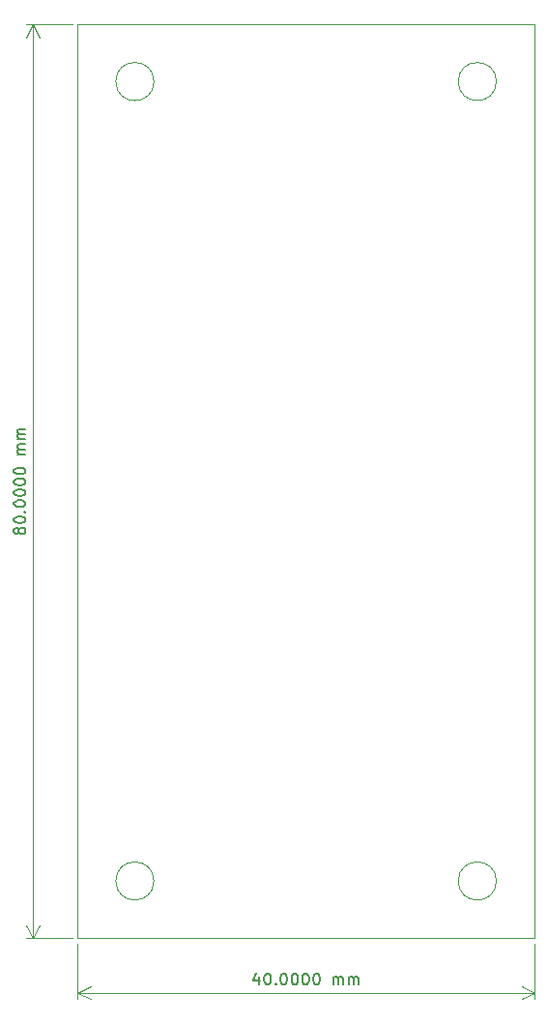
<source format=gbr>
%TF.GenerationSoftware,KiCad,Pcbnew,8.0.9-8.0.9-0~ubuntu24.04.1*%
%TF.CreationDate,2025-04-02T15:18:25+09:00*%
%TF.ProjectId,ServoDriver,53657276-6f44-4726-9976-65722e6b6963,rev?*%
%TF.SameCoordinates,Original*%
%TF.FileFunction,Profile,NP*%
%FSLAX46Y46*%
G04 Gerber Fmt 4.6, Leading zero omitted, Abs format (unit mm)*
G04 Created by KiCad (PCBNEW 8.0.9-8.0.9-0~ubuntu24.04.1) date 2025-04-02 15:18:25*
%MOMM*%
%LPD*%
G01*
G04 APERTURE LIST*
%TA.AperFunction,Profile*%
%ADD10C,0.050000*%
%TD*%
%ADD11C,0.150000*%
G04 APERTURE END LIST*
D10*
X101670000Y-85000000D02*
G75*
G02*
X98330000Y-85000000I-1670000J0D01*
G01*
X98330000Y-85000000D02*
G75*
G02*
X101670000Y-85000000I1670000J0D01*
G01*
X131670000Y-85000000D02*
G75*
G02*
X128330000Y-85000000I-1670000J0D01*
G01*
X128330000Y-85000000D02*
G75*
G02*
X131670000Y-85000000I1670000J0D01*
G01*
X95000000Y-80000000D02*
X135000000Y-80000000D01*
X135000000Y-160000000D01*
X95000000Y-160000000D01*
X95000000Y-80000000D01*
X131670000Y-155000000D02*
G75*
G02*
X128330000Y-155000000I-1670000J0D01*
G01*
X128330000Y-155000000D02*
G75*
G02*
X131670000Y-155000000I1670000J0D01*
G01*
X101670000Y-155000000D02*
G75*
G02*
X98330000Y-155000000I-1670000J0D01*
G01*
X98330000Y-155000000D02*
G75*
G02*
X101670000Y-155000000I1670000J0D01*
G01*
D11*
X110857143Y-163413152D02*
X110857143Y-164079819D01*
X110619048Y-163032200D02*
X110380953Y-163746485D01*
X110380953Y-163746485D02*
X111000000Y-163746485D01*
X111571429Y-163079819D02*
X111666667Y-163079819D01*
X111666667Y-163079819D02*
X111761905Y-163127438D01*
X111761905Y-163127438D02*
X111809524Y-163175057D01*
X111809524Y-163175057D02*
X111857143Y-163270295D01*
X111857143Y-163270295D02*
X111904762Y-163460771D01*
X111904762Y-163460771D02*
X111904762Y-163698866D01*
X111904762Y-163698866D02*
X111857143Y-163889342D01*
X111857143Y-163889342D02*
X111809524Y-163984580D01*
X111809524Y-163984580D02*
X111761905Y-164032200D01*
X111761905Y-164032200D02*
X111666667Y-164079819D01*
X111666667Y-164079819D02*
X111571429Y-164079819D01*
X111571429Y-164079819D02*
X111476191Y-164032200D01*
X111476191Y-164032200D02*
X111428572Y-163984580D01*
X111428572Y-163984580D02*
X111380953Y-163889342D01*
X111380953Y-163889342D02*
X111333334Y-163698866D01*
X111333334Y-163698866D02*
X111333334Y-163460771D01*
X111333334Y-163460771D02*
X111380953Y-163270295D01*
X111380953Y-163270295D02*
X111428572Y-163175057D01*
X111428572Y-163175057D02*
X111476191Y-163127438D01*
X111476191Y-163127438D02*
X111571429Y-163079819D01*
X112333334Y-163984580D02*
X112380953Y-164032200D01*
X112380953Y-164032200D02*
X112333334Y-164079819D01*
X112333334Y-164079819D02*
X112285715Y-164032200D01*
X112285715Y-164032200D02*
X112333334Y-163984580D01*
X112333334Y-163984580D02*
X112333334Y-164079819D01*
X113000000Y-163079819D02*
X113095238Y-163079819D01*
X113095238Y-163079819D02*
X113190476Y-163127438D01*
X113190476Y-163127438D02*
X113238095Y-163175057D01*
X113238095Y-163175057D02*
X113285714Y-163270295D01*
X113285714Y-163270295D02*
X113333333Y-163460771D01*
X113333333Y-163460771D02*
X113333333Y-163698866D01*
X113333333Y-163698866D02*
X113285714Y-163889342D01*
X113285714Y-163889342D02*
X113238095Y-163984580D01*
X113238095Y-163984580D02*
X113190476Y-164032200D01*
X113190476Y-164032200D02*
X113095238Y-164079819D01*
X113095238Y-164079819D02*
X113000000Y-164079819D01*
X113000000Y-164079819D02*
X112904762Y-164032200D01*
X112904762Y-164032200D02*
X112857143Y-163984580D01*
X112857143Y-163984580D02*
X112809524Y-163889342D01*
X112809524Y-163889342D02*
X112761905Y-163698866D01*
X112761905Y-163698866D02*
X112761905Y-163460771D01*
X112761905Y-163460771D02*
X112809524Y-163270295D01*
X112809524Y-163270295D02*
X112857143Y-163175057D01*
X112857143Y-163175057D02*
X112904762Y-163127438D01*
X112904762Y-163127438D02*
X113000000Y-163079819D01*
X113952381Y-163079819D02*
X114047619Y-163079819D01*
X114047619Y-163079819D02*
X114142857Y-163127438D01*
X114142857Y-163127438D02*
X114190476Y-163175057D01*
X114190476Y-163175057D02*
X114238095Y-163270295D01*
X114238095Y-163270295D02*
X114285714Y-163460771D01*
X114285714Y-163460771D02*
X114285714Y-163698866D01*
X114285714Y-163698866D02*
X114238095Y-163889342D01*
X114238095Y-163889342D02*
X114190476Y-163984580D01*
X114190476Y-163984580D02*
X114142857Y-164032200D01*
X114142857Y-164032200D02*
X114047619Y-164079819D01*
X114047619Y-164079819D02*
X113952381Y-164079819D01*
X113952381Y-164079819D02*
X113857143Y-164032200D01*
X113857143Y-164032200D02*
X113809524Y-163984580D01*
X113809524Y-163984580D02*
X113761905Y-163889342D01*
X113761905Y-163889342D02*
X113714286Y-163698866D01*
X113714286Y-163698866D02*
X113714286Y-163460771D01*
X113714286Y-163460771D02*
X113761905Y-163270295D01*
X113761905Y-163270295D02*
X113809524Y-163175057D01*
X113809524Y-163175057D02*
X113857143Y-163127438D01*
X113857143Y-163127438D02*
X113952381Y-163079819D01*
X114904762Y-163079819D02*
X115000000Y-163079819D01*
X115000000Y-163079819D02*
X115095238Y-163127438D01*
X115095238Y-163127438D02*
X115142857Y-163175057D01*
X115142857Y-163175057D02*
X115190476Y-163270295D01*
X115190476Y-163270295D02*
X115238095Y-163460771D01*
X115238095Y-163460771D02*
X115238095Y-163698866D01*
X115238095Y-163698866D02*
X115190476Y-163889342D01*
X115190476Y-163889342D02*
X115142857Y-163984580D01*
X115142857Y-163984580D02*
X115095238Y-164032200D01*
X115095238Y-164032200D02*
X115000000Y-164079819D01*
X115000000Y-164079819D02*
X114904762Y-164079819D01*
X114904762Y-164079819D02*
X114809524Y-164032200D01*
X114809524Y-164032200D02*
X114761905Y-163984580D01*
X114761905Y-163984580D02*
X114714286Y-163889342D01*
X114714286Y-163889342D02*
X114666667Y-163698866D01*
X114666667Y-163698866D02*
X114666667Y-163460771D01*
X114666667Y-163460771D02*
X114714286Y-163270295D01*
X114714286Y-163270295D02*
X114761905Y-163175057D01*
X114761905Y-163175057D02*
X114809524Y-163127438D01*
X114809524Y-163127438D02*
X114904762Y-163079819D01*
X115857143Y-163079819D02*
X115952381Y-163079819D01*
X115952381Y-163079819D02*
X116047619Y-163127438D01*
X116047619Y-163127438D02*
X116095238Y-163175057D01*
X116095238Y-163175057D02*
X116142857Y-163270295D01*
X116142857Y-163270295D02*
X116190476Y-163460771D01*
X116190476Y-163460771D02*
X116190476Y-163698866D01*
X116190476Y-163698866D02*
X116142857Y-163889342D01*
X116142857Y-163889342D02*
X116095238Y-163984580D01*
X116095238Y-163984580D02*
X116047619Y-164032200D01*
X116047619Y-164032200D02*
X115952381Y-164079819D01*
X115952381Y-164079819D02*
X115857143Y-164079819D01*
X115857143Y-164079819D02*
X115761905Y-164032200D01*
X115761905Y-164032200D02*
X115714286Y-163984580D01*
X115714286Y-163984580D02*
X115666667Y-163889342D01*
X115666667Y-163889342D02*
X115619048Y-163698866D01*
X115619048Y-163698866D02*
X115619048Y-163460771D01*
X115619048Y-163460771D02*
X115666667Y-163270295D01*
X115666667Y-163270295D02*
X115714286Y-163175057D01*
X115714286Y-163175057D02*
X115761905Y-163127438D01*
X115761905Y-163127438D02*
X115857143Y-163079819D01*
X117380953Y-164079819D02*
X117380953Y-163413152D01*
X117380953Y-163508390D02*
X117428572Y-163460771D01*
X117428572Y-163460771D02*
X117523810Y-163413152D01*
X117523810Y-163413152D02*
X117666667Y-163413152D01*
X117666667Y-163413152D02*
X117761905Y-163460771D01*
X117761905Y-163460771D02*
X117809524Y-163556009D01*
X117809524Y-163556009D02*
X117809524Y-164079819D01*
X117809524Y-163556009D02*
X117857143Y-163460771D01*
X117857143Y-163460771D02*
X117952381Y-163413152D01*
X117952381Y-163413152D02*
X118095238Y-163413152D01*
X118095238Y-163413152D02*
X118190477Y-163460771D01*
X118190477Y-163460771D02*
X118238096Y-163556009D01*
X118238096Y-163556009D02*
X118238096Y-164079819D01*
X118714286Y-164079819D02*
X118714286Y-163413152D01*
X118714286Y-163508390D02*
X118761905Y-163460771D01*
X118761905Y-163460771D02*
X118857143Y-163413152D01*
X118857143Y-163413152D02*
X119000000Y-163413152D01*
X119000000Y-163413152D02*
X119095238Y-163460771D01*
X119095238Y-163460771D02*
X119142857Y-163556009D01*
X119142857Y-163556009D02*
X119142857Y-164079819D01*
X119142857Y-163556009D02*
X119190476Y-163460771D01*
X119190476Y-163460771D02*
X119285714Y-163413152D01*
X119285714Y-163413152D02*
X119428571Y-163413152D01*
X119428571Y-163413152D02*
X119523810Y-163460771D01*
X119523810Y-163460771D02*
X119571429Y-163556009D01*
X119571429Y-163556009D02*
X119571429Y-164079819D01*
D10*
X95000000Y-160500000D02*
X95000000Y-165361420D01*
X135000000Y-160500000D02*
X135000000Y-165361420D01*
X95000000Y-164775000D02*
X135000000Y-164775000D01*
X95000000Y-164775000D02*
X135000000Y-164775000D01*
X95000000Y-164775000D02*
X96126504Y-164188579D01*
X95000000Y-164775000D02*
X96126504Y-165361421D01*
X135000000Y-164775000D02*
X133873496Y-165361421D01*
X135000000Y-164775000D02*
X133873496Y-164188579D01*
D11*
X89833390Y-124428570D02*
X89785771Y-124523808D01*
X89785771Y-124523808D02*
X89738152Y-124571427D01*
X89738152Y-124571427D02*
X89642914Y-124619046D01*
X89642914Y-124619046D02*
X89595295Y-124619046D01*
X89595295Y-124619046D02*
X89500057Y-124571427D01*
X89500057Y-124571427D02*
X89452438Y-124523808D01*
X89452438Y-124523808D02*
X89404819Y-124428570D01*
X89404819Y-124428570D02*
X89404819Y-124238094D01*
X89404819Y-124238094D02*
X89452438Y-124142856D01*
X89452438Y-124142856D02*
X89500057Y-124095237D01*
X89500057Y-124095237D02*
X89595295Y-124047618D01*
X89595295Y-124047618D02*
X89642914Y-124047618D01*
X89642914Y-124047618D02*
X89738152Y-124095237D01*
X89738152Y-124095237D02*
X89785771Y-124142856D01*
X89785771Y-124142856D02*
X89833390Y-124238094D01*
X89833390Y-124238094D02*
X89833390Y-124428570D01*
X89833390Y-124428570D02*
X89881009Y-124523808D01*
X89881009Y-124523808D02*
X89928628Y-124571427D01*
X89928628Y-124571427D02*
X90023866Y-124619046D01*
X90023866Y-124619046D02*
X90214342Y-124619046D01*
X90214342Y-124619046D02*
X90309580Y-124571427D01*
X90309580Y-124571427D02*
X90357200Y-124523808D01*
X90357200Y-124523808D02*
X90404819Y-124428570D01*
X90404819Y-124428570D02*
X90404819Y-124238094D01*
X90404819Y-124238094D02*
X90357200Y-124142856D01*
X90357200Y-124142856D02*
X90309580Y-124095237D01*
X90309580Y-124095237D02*
X90214342Y-124047618D01*
X90214342Y-124047618D02*
X90023866Y-124047618D01*
X90023866Y-124047618D02*
X89928628Y-124095237D01*
X89928628Y-124095237D02*
X89881009Y-124142856D01*
X89881009Y-124142856D02*
X89833390Y-124238094D01*
X89404819Y-123428570D02*
X89404819Y-123333332D01*
X89404819Y-123333332D02*
X89452438Y-123238094D01*
X89452438Y-123238094D02*
X89500057Y-123190475D01*
X89500057Y-123190475D02*
X89595295Y-123142856D01*
X89595295Y-123142856D02*
X89785771Y-123095237D01*
X89785771Y-123095237D02*
X90023866Y-123095237D01*
X90023866Y-123095237D02*
X90214342Y-123142856D01*
X90214342Y-123142856D02*
X90309580Y-123190475D01*
X90309580Y-123190475D02*
X90357200Y-123238094D01*
X90357200Y-123238094D02*
X90404819Y-123333332D01*
X90404819Y-123333332D02*
X90404819Y-123428570D01*
X90404819Y-123428570D02*
X90357200Y-123523808D01*
X90357200Y-123523808D02*
X90309580Y-123571427D01*
X90309580Y-123571427D02*
X90214342Y-123619046D01*
X90214342Y-123619046D02*
X90023866Y-123666665D01*
X90023866Y-123666665D02*
X89785771Y-123666665D01*
X89785771Y-123666665D02*
X89595295Y-123619046D01*
X89595295Y-123619046D02*
X89500057Y-123571427D01*
X89500057Y-123571427D02*
X89452438Y-123523808D01*
X89452438Y-123523808D02*
X89404819Y-123428570D01*
X90309580Y-122666665D02*
X90357200Y-122619046D01*
X90357200Y-122619046D02*
X90404819Y-122666665D01*
X90404819Y-122666665D02*
X90357200Y-122714284D01*
X90357200Y-122714284D02*
X90309580Y-122666665D01*
X90309580Y-122666665D02*
X90404819Y-122666665D01*
X89404819Y-121999999D02*
X89404819Y-121904761D01*
X89404819Y-121904761D02*
X89452438Y-121809523D01*
X89452438Y-121809523D02*
X89500057Y-121761904D01*
X89500057Y-121761904D02*
X89595295Y-121714285D01*
X89595295Y-121714285D02*
X89785771Y-121666666D01*
X89785771Y-121666666D02*
X90023866Y-121666666D01*
X90023866Y-121666666D02*
X90214342Y-121714285D01*
X90214342Y-121714285D02*
X90309580Y-121761904D01*
X90309580Y-121761904D02*
X90357200Y-121809523D01*
X90357200Y-121809523D02*
X90404819Y-121904761D01*
X90404819Y-121904761D02*
X90404819Y-121999999D01*
X90404819Y-121999999D02*
X90357200Y-122095237D01*
X90357200Y-122095237D02*
X90309580Y-122142856D01*
X90309580Y-122142856D02*
X90214342Y-122190475D01*
X90214342Y-122190475D02*
X90023866Y-122238094D01*
X90023866Y-122238094D02*
X89785771Y-122238094D01*
X89785771Y-122238094D02*
X89595295Y-122190475D01*
X89595295Y-122190475D02*
X89500057Y-122142856D01*
X89500057Y-122142856D02*
X89452438Y-122095237D01*
X89452438Y-122095237D02*
X89404819Y-121999999D01*
X89404819Y-121047618D02*
X89404819Y-120952380D01*
X89404819Y-120952380D02*
X89452438Y-120857142D01*
X89452438Y-120857142D02*
X89500057Y-120809523D01*
X89500057Y-120809523D02*
X89595295Y-120761904D01*
X89595295Y-120761904D02*
X89785771Y-120714285D01*
X89785771Y-120714285D02*
X90023866Y-120714285D01*
X90023866Y-120714285D02*
X90214342Y-120761904D01*
X90214342Y-120761904D02*
X90309580Y-120809523D01*
X90309580Y-120809523D02*
X90357200Y-120857142D01*
X90357200Y-120857142D02*
X90404819Y-120952380D01*
X90404819Y-120952380D02*
X90404819Y-121047618D01*
X90404819Y-121047618D02*
X90357200Y-121142856D01*
X90357200Y-121142856D02*
X90309580Y-121190475D01*
X90309580Y-121190475D02*
X90214342Y-121238094D01*
X90214342Y-121238094D02*
X90023866Y-121285713D01*
X90023866Y-121285713D02*
X89785771Y-121285713D01*
X89785771Y-121285713D02*
X89595295Y-121238094D01*
X89595295Y-121238094D02*
X89500057Y-121190475D01*
X89500057Y-121190475D02*
X89452438Y-121142856D01*
X89452438Y-121142856D02*
X89404819Y-121047618D01*
X89404819Y-120095237D02*
X89404819Y-119999999D01*
X89404819Y-119999999D02*
X89452438Y-119904761D01*
X89452438Y-119904761D02*
X89500057Y-119857142D01*
X89500057Y-119857142D02*
X89595295Y-119809523D01*
X89595295Y-119809523D02*
X89785771Y-119761904D01*
X89785771Y-119761904D02*
X90023866Y-119761904D01*
X90023866Y-119761904D02*
X90214342Y-119809523D01*
X90214342Y-119809523D02*
X90309580Y-119857142D01*
X90309580Y-119857142D02*
X90357200Y-119904761D01*
X90357200Y-119904761D02*
X90404819Y-119999999D01*
X90404819Y-119999999D02*
X90404819Y-120095237D01*
X90404819Y-120095237D02*
X90357200Y-120190475D01*
X90357200Y-120190475D02*
X90309580Y-120238094D01*
X90309580Y-120238094D02*
X90214342Y-120285713D01*
X90214342Y-120285713D02*
X90023866Y-120333332D01*
X90023866Y-120333332D02*
X89785771Y-120333332D01*
X89785771Y-120333332D02*
X89595295Y-120285713D01*
X89595295Y-120285713D02*
X89500057Y-120238094D01*
X89500057Y-120238094D02*
X89452438Y-120190475D01*
X89452438Y-120190475D02*
X89404819Y-120095237D01*
X89404819Y-119142856D02*
X89404819Y-119047618D01*
X89404819Y-119047618D02*
X89452438Y-118952380D01*
X89452438Y-118952380D02*
X89500057Y-118904761D01*
X89500057Y-118904761D02*
X89595295Y-118857142D01*
X89595295Y-118857142D02*
X89785771Y-118809523D01*
X89785771Y-118809523D02*
X90023866Y-118809523D01*
X90023866Y-118809523D02*
X90214342Y-118857142D01*
X90214342Y-118857142D02*
X90309580Y-118904761D01*
X90309580Y-118904761D02*
X90357200Y-118952380D01*
X90357200Y-118952380D02*
X90404819Y-119047618D01*
X90404819Y-119047618D02*
X90404819Y-119142856D01*
X90404819Y-119142856D02*
X90357200Y-119238094D01*
X90357200Y-119238094D02*
X90309580Y-119285713D01*
X90309580Y-119285713D02*
X90214342Y-119333332D01*
X90214342Y-119333332D02*
X90023866Y-119380951D01*
X90023866Y-119380951D02*
X89785771Y-119380951D01*
X89785771Y-119380951D02*
X89595295Y-119333332D01*
X89595295Y-119333332D02*
X89500057Y-119285713D01*
X89500057Y-119285713D02*
X89452438Y-119238094D01*
X89452438Y-119238094D02*
X89404819Y-119142856D01*
X90404819Y-117619046D02*
X89738152Y-117619046D01*
X89833390Y-117619046D02*
X89785771Y-117571427D01*
X89785771Y-117571427D02*
X89738152Y-117476189D01*
X89738152Y-117476189D02*
X89738152Y-117333332D01*
X89738152Y-117333332D02*
X89785771Y-117238094D01*
X89785771Y-117238094D02*
X89881009Y-117190475D01*
X89881009Y-117190475D02*
X90404819Y-117190475D01*
X89881009Y-117190475D02*
X89785771Y-117142856D01*
X89785771Y-117142856D02*
X89738152Y-117047618D01*
X89738152Y-117047618D02*
X89738152Y-116904761D01*
X89738152Y-116904761D02*
X89785771Y-116809522D01*
X89785771Y-116809522D02*
X89881009Y-116761903D01*
X89881009Y-116761903D02*
X90404819Y-116761903D01*
X90404819Y-116285713D02*
X89738152Y-116285713D01*
X89833390Y-116285713D02*
X89785771Y-116238094D01*
X89785771Y-116238094D02*
X89738152Y-116142856D01*
X89738152Y-116142856D02*
X89738152Y-115999999D01*
X89738152Y-115999999D02*
X89785771Y-115904761D01*
X89785771Y-115904761D02*
X89881009Y-115857142D01*
X89881009Y-115857142D02*
X90404819Y-115857142D01*
X89881009Y-115857142D02*
X89785771Y-115809523D01*
X89785771Y-115809523D02*
X89738152Y-115714285D01*
X89738152Y-115714285D02*
X89738152Y-115571428D01*
X89738152Y-115571428D02*
X89785771Y-115476189D01*
X89785771Y-115476189D02*
X89881009Y-115428570D01*
X89881009Y-115428570D02*
X90404819Y-115428570D01*
D10*
X94500000Y-160000000D02*
X90513580Y-160000000D01*
X94500000Y-80000000D02*
X90513580Y-80000000D01*
X91100000Y-160000000D02*
X91100000Y-80000000D01*
X91100000Y-160000000D02*
X91100000Y-80000000D01*
X91100000Y-160000000D02*
X90513579Y-158873496D01*
X91100000Y-160000000D02*
X91686421Y-158873496D01*
X91100000Y-80000000D02*
X91686421Y-81126504D01*
X91100000Y-80000000D02*
X90513579Y-81126504D01*
M02*

</source>
